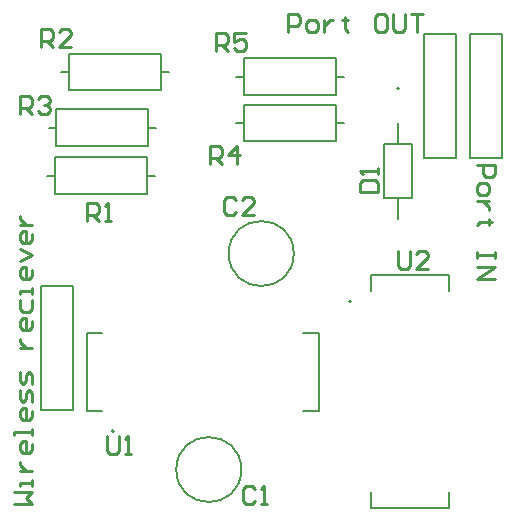
<source format=gto>
G04*
G04 #@! TF.GenerationSoftware,Altium Limited,Altium Designer,23.4.1 (23)*
G04*
G04 Layer_Color=65535*
%FSLAX44Y44*%
%MOMM*%
G71*
G04*
G04 #@! TF.SameCoordinates,0F4FC61B-9208-49F5-852E-2E7A0A34B3BB*
G04*
G04*
G04 #@! TF.FilePolarity,Positive*
G04*
G01*
G75*
%ADD10C,0.2000*%
%ADD11C,0.1500*%
%ADD12C,0.1270*%
%ADD13C,0.2540*%
D10*
X340090Y373450D02*
G03*
X340090Y373450I-1000J0D01*
G01*
X98790Y83130D02*
G03*
X98790Y83130I-1000J0D01*
G01*
X299700Y193040D02*
G03*
X299700Y193040I-1000J0D01*
G01*
X400570Y314730D02*
Y419330D01*
X427470D01*
Y314730D02*
Y419330D01*
X400570Y314730D02*
X427470D01*
X49900Y324860D02*
X127900D01*
X49900D02*
Y355860D01*
X127900D01*
Y324860D02*
Y355860D01*
Y340360D02*
X134400D01*
X43400D02*
X49900D01*
X64250Y101370D02*
Y205970D01*
X37350Y101370D02*
X64250D01*
X37350D02*
Y205970D01*
X64250D01*
X60710Y371850D02*
X138710D01*
X60710D02*
Y402850D01*
X138710D01*
Y371850D02*
Y402850D01*
Y387350D02*
X145210D01*
X54210D02*
X60710D01*
X48630Y284220D02*
X126630D01*
X48630D02*
Y315220D01*
X126630D01*
Y284220D02*
Y315220D01*
Y299720D02*
X133130D01*
X42130D02*
X48630D01*
X208650Y328670D02*
X286650D01*
X208650D02*
Y359670D01*
X286650D01*
Y328670D02*
Y359670D01*
Y344170D02*
X293150D01*
X202150D02*
X208650D01*
Y399040D02*
X286650D01*
Y368040D02*
Y399040D01*
X208650Y368040D02*
X286650D01*
X208650D02*
Y399040D01*
X202150Y383540D02*
X208650D01*
X286650D02*
X293150D01*
X361200Y314730D02*
Y419330D01*
X388100D01*
Y314730D02*
Y419330D01*
X361200Y314730D02*
X388100D01*
D11*
X206570Y50800D02*
G03*
X206570Y50800I-27500J0D01*
G01*
X251020Y233680D02*
G03*
X251020Y233680I-27500J0D01*
G01*
D12*
X339090Y280355D02*
X350890D01*
X327290D02*
X339090D01*
X327290Y326705D02*
X339090D01*
X350890D01*
X327290Y280355D02*
Y326705D01*
X350890Y280355D02*
Y326705D01*
X339090Y262710D02*
Y280355D01*
Y326705D02*
Y344350D01*
X259240Y100680D02*
X272440D01*
Y166680D01*
X259240D02*
X272440D01*
X75540D02*
X88740D01*
X75540Y100680D02*
Y166680D01*
Y100680D02*
X88740D01*
X316250Y202090D02*
Y215290D01*
X382250D01*
Y202090D02*
Y215290D01*
Y18390D02*
Y31590D01*
X316250Y18390D02*
X382250D01*
X316250D02*
Y31590D01*
D13*
X307342Y285753D02*
X322578D01*
Y293371D01*
X320038Y295910D01*
X309882D01*
X307342Y293371D01*
Y285753D01*
X322578Y300988D02*
Y306067D01*
Y303528D01*
X307342D01*
X309882Y300988D01*
X180344Y309883D02*
Y325117D01*
X187962D01*
X190501Y322578D01*
Y317500D01*
X187962Y314961D01*
X180344D01*
X185422D02*
X190501Y309883D01*
X203197D02*
Y325117D01*
X195579Y317500D01*
X205736D01*
X339094Y236217D02*
Y223522D01*
X341633Y220982D01*
X346712D01*
X349251Y223522D01*
Y236217D01*
X364486Y220982D02*
X354329D01*
X364486Y231139D01*
Y233678D01*
X361947Y236217D01*
X356868D01*
X354329Y233678D01*
X92713Y79068D02*
Y66372D01*
X95253Y63833D01*
X100331D01*
X102870Y66372D01*
Y79068D01*
X107948Y63833D02*
X113027D01*
X110488D01*
Y79068D01*
X107948Y76528D01*
X406403Y308594D02*
X421638D01*
Y300977D01*
X419098Y298438D01*
X414020D01*
X411481Y300977D01*
Y308594D01*
X406403Y290820D02*
Y285742D01*
X408942Y283203D01*
X414020D01*
X416559Y285742D01*
Y290820D01*
X414020Y293359D01*
X408942D01*
X406403Y290820D01*
X416559Y278124D02*
X406403D01*
X411481D01*
X414020Y275585D01*
X416559Y273046D01*
Y270507D01*
X419098Y260350D02*
X416559D01*
Y262889D01*
Y257811D01*
Y260350D01*
X408942D01*
X406403Y257811D01*
X421638Y234958D02*
Y229880D01*
Y232419D01*
X406403D01*
Y234958D01*
Y229880D01*
Y222262D02*
X421638D01*
X406403Y212106D01*
X421638D01*
X13972Y21629D02*
X29207D01*
X24129Y26708D01*
X29207Y31786D01*
X13972D01*
X29207Y36865D02*
Y41943D01*
Y39404D01*
X19051D01*
Y36865D01*
Y49560D02*
X29207D01*
X24129D01*
X21590Y52100D01*
X19051Y54639D01*
Y57178D01*
X29207Y72413D02*
Y67335D01*
X26668Y64795D01*
X21590D01*
X19051Y67335D01*
Y72413D01*
X21590Y74952D01*
X24129D01*
Y64795D01*
X29207Y80030D02*
Y85109D01*
Y82570D01*
X13972D01*
Y80030D01*
X29207Y100344D02*
Y95266D01*
X26668Y92726D01*
X21590D01*
X19051Y95266D01*
Y100344D01*
X21590Y102883D01*
X24129D01*
Y92726D01*
X29207Y107962D02*
Y115579D01*
X26668Y118118D01*
X24129Y115579D01*
Y110501D01*
X21590Y107962D01*
X19051Y110501D01*
Y118118D01*
X29207Y123197D02*
Y130814D01*
X26668Y133353D01*
X24129Y130814D01*
Y125736D01*
X21590Y123197D01*
X19051Y125736D01*
Y133353D01*
Y153667D02*
X29207D01*
X24129D01*
X21590Y156206D01*
X19051Y158745D01*
Y161284D01*
X29207Y176519D02*
Y171441D01*
X26668Y168902D01*
X21590D01*
X19051Y171441D01*
Y176519D01*
X21590Y179058D01*
X24129D01*
Y168902D01*
X19051Y194294D02*
Y186676D01*
X21590Y184137D01*
X26668D01*
X29207Y186676D01*
Y194294D01*
Y199372D02*
Y204450D01*
Y201911D01*
X19051D01*
Y199372D01*
X29207Y219685D02*
Y214607D01*
X26668Y212068D01*
X21590D01*
X19051Y214607D01*
Y219685D01*
X21590Y222225D01*
X24129D01*
Y212068D01*
X19051Y227303D02*
X29207Y232381D01*
X19051Y237460D01*
X29207Y250156D02*
Y245077D01*
X26668Y242538D01*
X21590D01*
X19051Y245077D01*
Y250156D01*
X21590Y252695D01*
X24129D01*
Y242538D01*
X19051Y257773D02*
X29207D01*
X24129D01*
X21590Y260312D01*
X19051Y262851D01*
Y265391D01*
X185424Y405132D02*
Y420368D01*
X193042D01*
X195581Y417828D01*
Y412750D01*
X193042Y410211D01*
X185424D01*
X190502D02*
X195581Y405132D01*
X210816Y420368D02*
X200659D01*
Y412750D01*
X205737Y415289D01*
X208277D01*
X210816Y412750D01*
Y407672D01*
X208277Y405132D01*
X203198D01*
X200659Y407672D01*
X19054Y351792D02*
Y367028D01*
X26672D01*
X29211Y364488D01*
Y359410D01*
X26672Y356871D01*
X19054D01*
X24132D02*
X29211Y351792D01*
X34289Y364488D02*
X36828Y367028D01*
X41907D01*
X44446Y364488D01*
Y361949D01*
X41907Y359410D01*
X39367D01*
X41907D01*
X44446Y356871D01*
Y354332D01*
X41907Y351792D01*
X36828D01*
X34289Y354332D01*
X36834Y408942D02*
Y424178D01*
X44452D01*
X46991Y421638D01*
Y416560D01*
X44452Y414021D01*
X36834D01*
X41912D02*
X46991Y408942D01*
X62226D02*
X52069D01*
X62226Y419099D01*
Y421638D01*
X59687Y424178D01*
X54608D01*
X52069Y421638D01*
X76203Y261623D02*
Y276857D01*
X83821D01*
X86360Y274318D01*
Y269240D01*
X83821Y266701D01*
X76203D01*
X81282D02*
X86360Y261623D01*
X91438D02*
X96517D01*
X93978D01*
Y276857D01*
X91438Y274318D01*
X246399Y421642D02*
Y436878D01*
X254016D01*
X256555Y434338D01*
Y429260D01*
X254016Y426721D01*
X246399D01*
X264173Y421642D02*
X269251D01*
X271790Y424182D01*
Y429260D01*
X269251Y431799D01*
X264173D01*
X261634Y429260D01*
Y424182D01*
X264173Y421642D01*
X276869Y431799D02*
Y421642D01*
Y426721D01*
X279408Y429260D01*
X281947Y431799D01*
X284486D01*
X294643Y434338D02*
Y431799D01*
X292104D01*
X297182D01*
X294643D01*
Y424182D01*
X297182Y421642D01*
X327652Y436878D02*
X322574D01*
X320035Y434338D01*
Y424182D01*
X322574Y421642D01*
X327652D01*
X330191Y424182D01*
Y434338D01*
X327652Y436878D01*
X335270D02*
Y424182D01*
X337809Y421642D01*
X342887D01*
X345426Y424182D01*
Y436878D01*
X350505D02*
X360662D01*
X355583D01*
Y421642D01*
X202091Y279398D02*
X199552Y281938D01*
X194473D01*
X191934Y279398D01*
Y269242D01*
X194473Y266702D01*
X199552D01*
X202091Y269242D01*
X217326Y266702D02*
X207169D01*
X217326Y276859D01*
Y279398D01*
X214787Y281938D01*
X209708D01*
X207169Y279398D01*
X218440Y34288D02*
X215901Y36827D01*
X210823D01*
X208283Y34288D01*
Y24132D01*
X210823Y21593D01*
X215901D01*
X218440Y24132D01*
X223518Y21593D02*
X228597D01*
X226058D01*
Y36827D01*
X223518Y34288D01*
M02*

</source>
